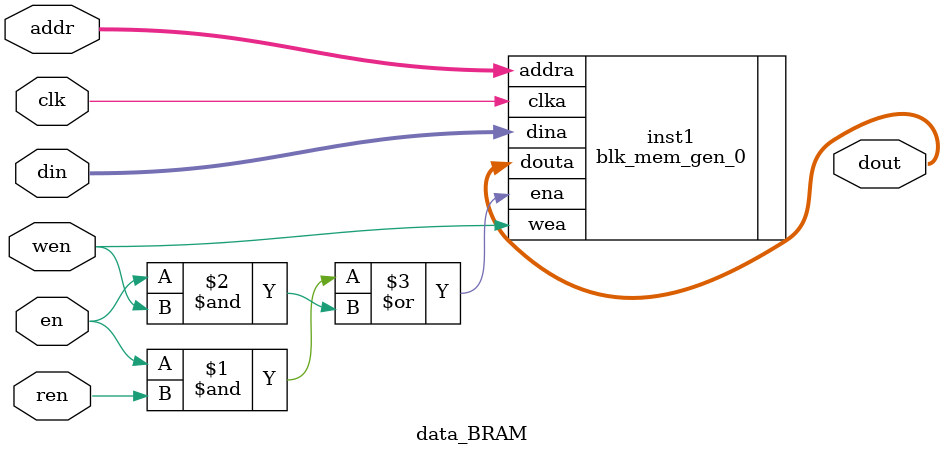
<source format=v>
`timescale 1ns / 1ps

module data_BRAM(clk, en, ren, wen, addr, din, dout);
input clk, en, wen, ren;
input [9:0] addr;
input [31:0] din;
output [31:0] dout;
blk_mem_gen_0 inst1( .clka(clk), .ena((en&ren)|(en&wen)), .wea(wen), .addra(addr), .dina(din), .douta(dout));

endmodule
</source>
